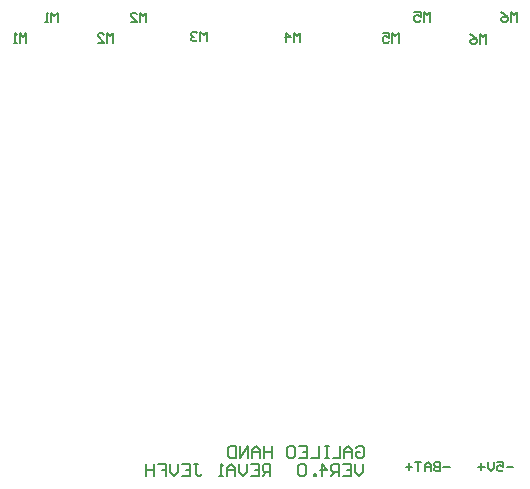
<source format=gbo>
G04 Layer_Color=32896*
%FSLAX25Y25*%
%MOIN*%
G70*
G01*
G75*
%ADD32C,0.00689*%
D32*
X123319Y493209D02*
Y496357D01*
X122269Y495308D01*
X121220Y496357D01*
Y493209D01*
X120170D02*
X119121D01*
X119646D01*
Y496357D01*
X120170Y495832D01*
X152945Y493209D02*
Y496357D01*
X151895Y495308D01*
X150846Y496357D01*
Y493209D01*
X147697D02*
X149796D01*
X147697Y495308D01*
Y495832D01*
X148222Y496357D01*
X149272D01*
X149796Y495832D01*
X173031Y486811D02*
Y489960D01*
X171982Y488910D01*
X170932Y489960D01*
Y486811D01*
X169883Y489435D02*
X169358Y489960D01*
X168309D01*
X167784Y489435D01*
Y488910D01*
X168309Y488385D01*
X168833D01*
X168309D01*
X167784Y487860D01*
Y487336D01*
X168309Y486811D01*
X169358D01*
X169883Y487336D01*
X204232Y486614D02*
Y489763D01*
X203183Y488713D01*
X202133Y489763D01*
Y486614D01*
X199509D02*
Y489763D01*
X201084Y488189D01*
X198985D01*
X247532Y493405D02*
Y496554D01*
X246482Y495505D01*
X245432Y496554D01*
Y493405D01*
X242284Y496554D02*
X244383D01*
Y494980D01*
X243333Y495505D01*
X242809D01*
X242284Y494980D01*
Y493930D01*
X242809Y493405D01*
X243858D01*
X244383Y493930D01*
X276468Y493405D02*
Y496554D01*
X275419Y495505D01*
X274370Y496554D01*
Y493405D01*
X271221Y496554D02*
X272270Y496029D01*
X273320Y494980D01*
Y493930D01*
X272795Y493405D01*
X271746D01*
X271221Y493930D01*
Y494455D01*
X271746Y494980D01*
X273320D01*
X225098Y345766D02*
Y343143D01*
X223786Y341831D01*
X222475Y343143D01*
Y345766D01*
X218539D02*
X221163D01*
Y341831D01*
X218539D01*
X221163Y343799D02*
X219851D01*
X217227Y341831D02*
Y345766D01*
X215259D01*
X214603Y345111D01*
Y343799D01*
X215259Y343143D01*
X217227D01*
X215915D02*
X214603Y341831D01*
X211323D02*
Y345766D01*
X213291Y343799D01*
X210667D01*
X209355Y341831D02*
Y342487D01*
X208699D01*
Y341831D01*
X209355D01*
X206076Y345111D02*
X205420Y345766D01*
X204108D01*
X203452Y345111D01*
Y342487D01*
X204108Y341831D01*
X205420D01*
X206076Y342487D01*
Y345111D01*
X194269Y341831D02*
Y345766D01*
X192301D01*
X191645Y345111D01*
Y343799D01*
X192301Y343143D01*
X194269D01*
X192957D02*
X191645Y341831D01*
X187709Y345766D02*
X190333D01*
Y341831D01*
X187709D01*
X190333Y343799D02*
X189021D01*
X186397Y345766D02*
Y343143D01*
X185085Y341831D01*
X183773Y343143D01*
Y345766D01*
X182461Y341831D02*
Y344455D01*
X181149Y345766D01*
X179837Y344455D01*
Y341831D01*
Y343799D01*
X182461D01*
X178525Y341831D02*
X177214D01*
X177870D01*
Y345766D01*
X178525Y345111D01*
X168686Y345766D02*
X169998D01*
X169342D01*
Y342487D01*
X169998Y341831D01*
X170654D01*
X171310Y342487D01*
X164750Y345766D02*
X167374D01*
Y341831D01*
X164750D01*
X167374Y343799D02*
X166062D01*
X163438Y345766D02*
Y343143D01*
X162127Y341831D01*
X160815Y343143D01*
Y345766D01*
X156879D02*
X159503D01*
Y343799D01*
X158191D01*
X159503D01*
Y341831D01*
X155567Y345766D02*
Y341831D01*
Y343799D01*
X152943D01*
Y345766D01*
Y341831D01*
X275098Y345078D02*
X272999D01*
X269851Y346653D02*
X271950D01*
Y345078D01*
X270900Y345603D01*
X270375D01*
X269851Y345078D01*
Y344029D01*
X270375Y343504D01*
X271425D01*
X271950Y344029D01*
X268801Y346653D02*
Y344553D01*
X267752Y343504D01*
X266702Y344553D01*
Y346653D01*
X265653Y345078D02*
X263554D01*
X264603Y346128D02*
Y344029D01*
X254035Y345078D02*
X251936D01*
X250887Y346653D02*
Y343504D01*
X249312D01*
X248788Y344029D01*
Y344553D01*
X249312Y345078D01*
X250887D01*
X249312D01*
X248788Y345603D01*
Y346128D01*
X249312Y346653D01*
X250887D01*
X247738Y343504D02*
Y345603D01*
X246689Y346653D01*
X245639Y345603D01*
Y343504D01*
Y345078D01*
X247738D01*
X244590Y346653D02*
X242491D01*
X243540D01*
Y343504D01*
X241441Y345078D02*
X239342D01*
X240391Y346128D02*
Y344029D01*
X222868Y351213D02*
X223524Y351869D01*
X224836D01*
X225492Y351213D01*
Y348589D01*
X224836Y347933D01*
X223524D01*
X222868Y348589D01*
Y349901D01*
X224180D01*
X221556Y347933D02*
Y350557D01*
X220245Y351869D01*
X218933Y350557D01*
Y347933D01*
Y349901D01*
X221556D01*
X217621Y351869D02*
Y347933D01*
X214997D01*
X213685Y351869D02*
X212373D01*
X213029D01*
Y347933D01*
X213685D01*
X212373D01*
X210405Y351869D02*
Y347933D01*
X207781D01*
X203846Y351869D02*
X206469D01*
Y347933D01*
X203846D01*
X206469Y349901D02*
X205157D01*
X200566Y351869D02*
X201878D01*
X202534Y351213D01*
Y348589D01*
X201878Y347933D01*
X200566D01*
X199910Y348589D01*
Y351213D01*
X200566Y351869D01*
X194662D02*
Y347933D01*
Y349901D01*
X192038D01*
Y351869D01*
Y347933D01*
X190726D02*
Y350557D01*
X189415Y351869D01*
X188103Y350557D01*
Y347933D01*
Y349901D01*
X190726D01*
X186791Y347933D02*
Y351869D01*
X184167Y347933D01*
Y351869D01*
X182855D02*
Y347933D01*
X180887D01*
X180231Y348589D01*
Y351213D01*
X180887Y351869D01*
X182855D01*
X141929Y486417D02*
Y489566D01*
X140880Y488516D01*
X139830Y489566D01*
Y486417D01*
X136681D02*
X138780D01*
X136681Y488516D01*
Y489041D01*
X137206Y489566D01*
X138256D01*
X138780Y489041D01*
X112894Y486319D02*
Y489467D01*
X111844Y488418D01*
X110795Y489467D01*
Y486319D01*
X109745D02*
X108696D01*
X109220D01*
Y489467D01*
X109745Y488943D01*
X237008Y486417D02*
Y489566D01*
X235958Y488516D01*
X234909Y489566D01*
Y486417D01*
X231760Y489566D02*
X233859D01*
Y487992D01*
X232810Y488516D01*
X232285D01*
X231760Y487992D01*
Y486942D01*
X232285Y486417D01*
X233334D01*
X233859Y486942D01*
X266142Y486024D02*
Y489172D01*
X265092Y488123D01*
X264043Y489172D01*
Y486024D01*
X260894Y489172D02*
X261944Y488648D01*
X262993Y487598D01*
Y486548D01*
X262468Y486024D01*
X261419D01*
X260894Y486548D01*
Y487073D01*
X261419Y487598D01*
X262993D01*
M02*

</source>
